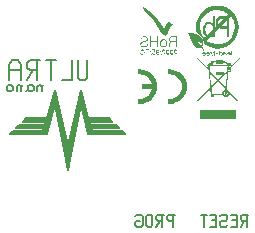
<source format=gbr>
G04 start of page 9 for group -4078 idx -4078 *
G04 Title: UltraNano, bottomsilk *
G04 Creator: pcb 1.99z *
G04 CreationDate: Thu 15 Jan 2015 11:46:57 GMT UTC *
G04 For: matt *
G04 Format: Gerber/RS-274X *
G04 PCB-Dimensions (mil): 1377.95 1062.99 *
G04 PCB-Coordinate-Origin: lower left *
%MOIN*%
%FSLAX25Y25*%
%LNBOTTOMSILK*%
%ADD57C,0.0059*%
%ADD56C,0.0066*%
%ADD55C,0.0055*%
%ADD54C,0.0001*%
G54D54*G36*
X76261Y84274D02*X77018Y83434D01*
X77379Y82564D01*
X77491Y81756D01*
X77495Y81094D01*
X77286Y80824D01*
X76998Y81169D01*
X76973Y82238D01*
X76735Y82535D01*
Y81624D01*
X76484Y81874D01*
Y82830D01*
X76231Y83196D01*
Y82179D01*
X75798Y82613D01*
X75809Y82686D01*
X75820Y82870D01*
X75798Y83109D01*
X75715Y83346D01*
X75709Y83267D01*
X75687Y83083D01*
X75647Y82882D01*
X75585Y82746D01*
X75424Y82856D01*
X75059Y83098D01*
X74672Y83353D01*
X74446Y83496D01*
X74570Y83390D01*
X74899Y83094D01*
X75372Y82646D01*
X75930Y82082D01*
X76509Y81436D01*
X77050Y80744D01*
X77491Y80044D01*
X77769Y79370D01*
X77578Y79178D01*
X77517Y79343D01*
X77364Y79728D01*
X77165Y80176D01*
X76967Y80530D01*
X76858Y80463D01*
X76594Y80311D01*
X76269Y80146D01*
X75978Y80043D01*
X75706Y80028D01*
X75387Y80094D01*
X75050Y80263D01*
X74720Y80556D01*
X74434Y80905D01*
X74139Y81344D01*
X73827Y81944D01*
X73489Y82781D01*
X73433Y82951D01*
X73359Y83189D01*
X73291Y83417D01*
X73251Y83554D01*
X73090Y84063D01*
X72928Y84402D01*
X72755Y84643D01*
X72559Y84846D01*
Y85027D01*
X72951Y85059D01*
X73911Y85050D01*
X75121Y84841D01*
X76261Y84274D01*
G37*
G36*
X76411Y84461D02*X75429Y84992D01*
X75217Y85969D01*
X75143Y86991D01*
X75288Y88429D01*
X75704Y89767D01*
X76361Y90979D01*
X77232Y92033D01*
X78287Y92904D01*
X79498Y93562D01*
X80837Y93978D01*
X82274Y94122D01*
X83711Y93978D01*
X85050Y93562D01*
X86261Y92904D01*
X87317Y92033D01*
X88187Y90979D01*
X88844Y89767D01*
X89261Y88429D01*
X89404Y86991D01*
X89261Y85555D01*
X88844Y84216D01*
X88187Y83005D01*
X87317Y81949D01*
X86261Y81079D01*
X85050Y80421D01*
X83711Y80005D01*
X82274Y79860D01*
X79821Y80294D01*
X77737Y81490D01*
X77699Y82154D01*
X78633Y82502D01*
X80308Y81554D01*
X82274Y81211D01*
X83440Y81328D01*
X84524Y81665D01*
X85506Y82198D01*
X86361Y82904D01*
X87068Y83759D01*
X87600Y84742D01*
X87937Y85826D01*
X88054Y86991D01*
X87712Y88957D01*
X86763Y90632D01*
X78633Y82502D01*
X77699Y82154D01*
X77525Y82914D01*
X77785Y83350D01*
X85915Y91481D01*
X84240Y92429D01*
X82274Y92772D01*
X81109Y92656D01*
X80025Y92319D01*
X79043Y91785D01*
X78187Y91079D01*
X77481Y90224D01*
X76948Y89243D01*
X76611Y88157D01*
X76493Y86991D01*
X76837Y85026D01*
X77785Y83350D01*
X77525Y82914D01*
X77126Y83706D01*
X76411Y84461D01*
G37*
G36*
X77677Y87659D02*X77993Y88183D01*
X78399Y88554D01*
X78876Y88776D01*
X79404Y88849D01*
X80120Y88678D01*
X80696Y88157D01*
X80381Y87638D01*
X79966Y88010D01*
X79499Y88133D01*
X79004Y88015D01*
X78593Y87659D01*
X78316Y87051D01*
X78222Y86174D01*
X78319Y85310D01*
X78606Y84691D01*
X79017Y84320D01*
X79482Y84195D01*
X80144Y84402D01*
X80606Y85008D01*
X80728Y85506D01*
X80768Y86202D01*
X80671Y87031D01*
X80381Y87638D01*
X80696Y88157D01*
Y90688D01*
X81498D01*
Y83595D01*
X80757D01*
Y84239D01*
X80190Y83670D01*
X79450Y83479D01*
X78683Y83657D01*
X78019Y84188D01*
X77559Y85047D01*
X77406Y86202D01*
X77474Y86995D01*
X77677Y87659D01*
G37*
G36*
X82863Y90552D02*X83333Y90654D01*
X84006Y90688D01*
X86196D01*
Y83595D01*
X85427D01*
Y86479D01*
X83937D01*
X82916Y86630D01*
X82249Y87082D01*
X81883Y87776D01*
X81760Y88646D01*
X82554Y88607D01*
X82636Y88041D01*
X82883Y87638D01*
X83308Y87396D01*
X83922Y87316D01*
X85427D01*
Y89851D01*
X83937D01*
X83431Y89824D01*
X83108Y89739D01*
X82716Y89329D01*
X82554Y88607D01*
X81760Y88646D01*
X81835Y89315D01*
X82061Y89870D01*
X82412Y90291D01*
X82863Y90552D01*
G37*
G36*
X81137Y78875D02*X81104Y78915D01*
X81054Y78939D01*
X80988Y78948D01*
X80783Y78908D01*
X80796Y79133D01*
X81078Y79170D01*
X81206Y79159D01*
X81320Y79117D01*
X81400Y79044D01*
X81441Y78935D01*
X81450Y78744D01*
Y78698D01*
X81609D01*
X81615Y78581D01*
X81622Y78467D01*
X81478D01*
X81513Y77706D01*
X81527Y77513D01*
X81359Y77515D01*
X81190Y77513D01*
X81155Y78467D01*
X80874D01*
X80859Y78698D01*
X81159D01*
Y78740D01*
X81154Y78817D01*
X81137Y78875D01*
G37*
G36*
X78713Y78632D02*X78893Y78730D01*
X79120Y78760D01*
X79363Y78724D01*
X79570Y78603D01*
X79711Y78381D01*
X79761Y78102D01*
X79718Y77854D01*
X79583Y77655D01*
X79370Y77543D01*
X79095Y77513D01*
X78921Y77522D01*
X78707Y77559D01*
X78664Y77806D01*
X78889Y77747D01*
X79064Y77729D01*
X79205Y77751D01*
X79328Y77819D01*
X79406Y77929D01*
X79433Y78074D01*
X79431Y78143D01*
X79421Y78280D01*
X79398Y78369D01*
X79362Y78439D01*
X79300Y78504D01*
X79214Y78548D01*
X79119Y78563D01*
X79040Y78554D01*
X78975Y78528D01*
X78926Y78483D01*
X78893Y78422D01*
X78877Y78362D01*
X78872Y78279D01*
X79421Y78280D01*
X79431Y78143D01*
X78572Y78144D01*
X78560Y78257D01*
X78599Y78470D01*
X78713Y78632D01*
G37*
G36*
X79981Y78732D02*X80079Y78720D01*
X80167Y78687D01*
X80237Y78633D01*
X80313Y78539D01*
X80307Y78704D01*
X80466Y78702D01*
X80626Y78704D01*
X80624Y78593D01*
X80626Y78393D01*
X80636Y78069D01*
X80670Y77513D01*
X80496Y77515D01*
X80333Y77513D01*
X80337Y77651D01*
X80330Y77941D01*
X80315Y78150D01*
X80281Y78278D01*
X80214Y78380D01*
X80120Y78443D01*
X79999Y78463D01*
X79874Y78444D01*
X79885Y78720D01*
X79981Y78732D01*
G37*
G36*
X77258Y78144D02*X77246Y78257D01*
X77285Y78470D01*
X77398Y78632D01*
X77578Y78730D01*
X77806Y78760D01*
X78048Y78724D01*
X78256Y78603D01*
X78397Y78381D01*
X78448Y78102D01*
X78404Y77854D01*
X78269Y77655D01*
X78056Y77543D01*
X77781Y77513D01*
X77607Y77522D01*
X77394Y77559D01*
X77350Y77806D01*
X77575Y77747D01*
X77750Y77729D01*
X77890Y77751D01*
X78013Y77819D01*
X78092Y77929D01*
X78119Y78074D01*
X78116Y78143D01*
X78107Y78280D01*
X78083Y78369D01*
X78048Y78438D01*
X77985Y78504D01*
X77900Y78548D01*
X77805Y78563D01*
X77726Y78554D01*
X77661Y78528D01*
X77611Y78483D01*
X77578Y78422D01*
X77563Y78362D01*
X77558Y78279D01*
X78107Y78280D01*
X78116Y78143D01*
X77258Y78144D01*
G37*
G36*
X83108Y79140D02*Y79060D01*
X83117Y78740D01*
X83357Y78760D01*
X83635Y78722D01*
X83864Y78595D01*
X84025Y78359D01*
X84084Y78060D01*
X84051Y77846D01*
X83949Y77669D01*
X83782Y77554D01*
X83570Y77513D01*
X83440Y77528D01*
X83322Y77574D01*
X83230Y77642D01*
X83142Y77744D01*
X83260Y77847D01*
X83356Y77777D01*
X83474Y77754D01*
X83627Y77797D01*
X83727Y77915D01*
X83759Y78081D01*
X83724Y78269D01*
X83624Y78428D01*
X83475Y78515D01*
X83297Y78541D01*
X83129Y78518D01*
X83144Y78169D01*
X83187Y77969D01*
X83260Y77847D01*
X83142Y77744D01*
X83152Y77540D01*
X82991Y77543D01*
X82839Y77540D01*
X82816Y78330D01*
X82768Y79140D01*
X82939Y79138D01*
X83108Y79140D01*
G37*
G36*
X87178Y79164D02*X87208Y78277D01*
X87251Y77565D01*
X87072Y77568D01*
X86908Y77565D01*
X86904Y77783D01*
X86863Y78737D01*
X86835Y79164D01*
X87004Y79162D01*
X87178Y79164D01*
G37*
G36*
X84746Y78882D02*X85128Y78798D01*
X85243Y78654D01*
X85268Y78533D01*
X85179Y78625D01*
X84824Y78717D01*
X84651Y78664D01*
X84580Y78519D01*
X84697Y78391D01*
X84993Y78283D01*
X85285Y78137D01*
X85383Y77913D01*
X85276Y77652D01*
X84957Y77565D01*
X84616Y77700D01*
X84675Y77794D01*
X84889Y77747D01*
X85085Y77936D01*
X84801Y78148D01*
X84603Y78209D01*
Y77935D01*
X84675Y77794D01*
X84616Y77700D01*
Y77573D01*
X84231D01*
Y78543D01*
X84350Y78779D01*
X84746Y78882D01*
G37*
G36*
X85660Y78685D02*X85841Y78783D01*
X86069Y78813D01*
X86311Y78777D01*
X86518Y78656D01*
X86659Y78434D01*
X86709Y78155D01*
X86666Y77906D01*
X86531Y77707D01*
X86319Y77595D01*
X86044Y77565D01*
X85869Y77575D01*
X85656Y77611D01*
X85613Y77859D01*
X85837Y77800D01*
X86013Y77782D01*
X86153Y77804D01*
X86276Y77871D01*
X86355Y77982D01*
X86381Y78126D01*
X86380Y78195D01*
X86370Y78333D01*
X86346Y78422D01*
X86310Y78492D01*
X86248Y78556D01*
X86163Y78601D01*
X86067Y78616D01*
X85988Y78607D01*
X85923Y78580D01*
X85875Y78536D01*
X85840Y78475D01*
X85825Y78415D01*
X85821Y78331D01*
X86370Y78333D01*
X86380Y78195D01*
X85520Y78197D01*
X85508Y78310D01*
X85547Y78523D01*
X85660Y78685D01*
G37*
G36*
X76533Y59352D02*X88606D01*
Y56413D01*
X76533D01*
Y59352D01*
G37*
G36*
X84659Y64925D02*X84691Y65082D01*
X84778Y65212D01*
X84906Y65298D01*
X85065Y65330D01*
X85222Y65298D01*
X85351Y65212D01*
X85438Y65082D01*
X85470Y64925D01*
X85438Y64767D01*
X85351Y64639D01*
X85222Y64552D01*
X85065Y64520D01*
X84906Y64552D01*
X84778Y64639D01*
X84691Y64767D01*
X84659Y64925D01*
G37*
G36*
X86248Y65125D02*X86265Y64925D01*
X86239Y64683D01*
X86170Y64458D01*
X86059Y64254D01*
X85913Y64077D01*
X85506Y64484D01*
X85582Y64576D01*
X85639Y64682D01*
X85676Y64800D01*
X85688Y64925D01*
X85676Y65051D01*
X85639Y65168D01*
X85582Y65274D01*
X85506Y65367D01*
X85413Y65443D01*
X85307Y65500D01*
X85190Y65537D01*
X85065Y65549D01*
X84939Y65537D01*
X84821Y65500D01*
X84715Y65443D01*
X84622Y65367D01*
X84547Y65274D01*
X84489Y65168D01*
X84453Y65051D01*
X84440Y64925D01*
X84453Y64800D01*
X84489Y64682D01*
X84547Y64576D01*
X84622Y64484D01*
X84715Y64407D01*
X84821Y64350D01*
X84939Y64314D01*
X85065Y64301D01*
X85190Y64314D01*
X85307Y64350D01*
X85413Y64407D01*
X85506Y64484D01*
X85913Y64077D01*
X85735Y63930D01*
X85531Y63819D01*
X85306Y63750D01*
X85065Y63725D01*
X84732Y63772D01*
X84436Y63902D01*
X84189Y64104D01*
X84003Y64364D01*
X81068D01*
Y63738D01*
X80296D01*
Y64366D01*
X80230Y64388D01*
X80172Y64431D01*
X80130Y64489D01*
X80111Y64555D01*
X79946Y66471D01*
X75856Y62305D01*
X75611Y62545D01*
X79908Y66917D01*
X79445Y72301D01*
X79859Y72347D01*
X82506Y69560D01*
X82738Y69315D01*
X82503Y69075D01*
X80331Y66863D01*
X80510Y64781D01*
X83872D01*
X83864Y64925D01*
X83946Y65361D01*
X84170Y65726D01*
X84506Y65988D01*
X84924Y66117D01*
X84958Y66486D01*
X82503Y69075D01*
X82738Y69315D01*
X85000Y66933D01*
X85469Y71969D01*
X85422D01*
Y72049D01*
X82738Y69315D01*
X82506Y69560D01*
X82270Y69321D01*
X79905Y71816D01*
X80293Y67308D01*
X82270Y69321D01*
X82506Y69560D01*
X84070Y71152D01*
X81864D01*
Y71986D01*
X84416D01*
Y71504D01*
X85422Y72529D01*
Y73422D01*
X85604D01*
X85663Y74052D01*
X79713D01*
X79859Y72347D01*
X79445Y72301D01*
X75357Y76613D01*
Y77088D01*
X79399Y72831D01*
X79293Y74069D01*
X78791D01*
Y74486D01*
X79232D01*
X79263Y74567D01*
X79402Y74804D01*
X79591Y75007D01*
X79845Y74694D01*
X79678Y74486D01*
X80093D01*
Y74865D01*
X79845Y74694D01*
X79591Y75007D01*
X79824Y75179D01*
X80093Y75322D01*
Y75597D01*
X80805D01*
Y75555D01*
X81371Y75656D01*
X81933Y75710D01*
Y75875D01*
X83982D01*
Y74850D01*
X81933D01*
Y75283D01*
X82350Y75267D01*
X83565D01*
Y75458D01*
X82350D01*
Y75267D01*
X81933Y75283D01*
X81370Y75224D01*
X80805Y75120D01*
Y74486D01*
X85646D01*
X85410Y74780D01*
X85019Y74995D01*
X84526Y75144D01*
X83982Y75239D01*
Y75663D01*
X84533Y75571D01*
X85056Y75424D01*
X85511Y75211D01*
X85861Y74919D01*
X85947Y75007D01*
X86051Y75074D01*
X86169Y75117D01*
X86298Y75132D01*
X86410Y75120D01*
X86515Y75088D01*
X86609Y75037D01*
X86691Y74969D01*
X86759Y74887D01*
X86810Y74793D01*
X86843Y74688D01*
X86854Y74576D01*
X86843Y74464D01*
X86810Y74360D01*
X86759Y74266D01*
X86691Y74183D01*
X86609Y74116D01*
X86515Y74065D01*
X86410Y74032D01*
X86298Y74020D01*
X86083Y74064D01*
X86022Y73422D01*
X86300D01*
X89958Y77144D01*
Y76669D01*
X86770Y73422D01*
X86836D01*
Y71969D01*
X85887D01*
X85922Y72343D01*
X86472D01*
Y73047D01*
X86403D01*
X85944Y72581D01*
X85922Y72343D01*
X85887Y71969D01*
X85381Y66532D01*
X89129Y62584D01*
X88880Y62348D01*
X86248Y65125D01*
G37*
G36*
X82592Y78303D02*X82608Y78067D01*
X82206Y78072D01*
X81799Y78067D01*
X81782Y78303D01*
X82187Y78298D01*
X82592Y78303D01*
G37*
G36*
X67521Y87798D02*X67168Y87652D01*
X66783Y87225D01*
X66391Y86611D01*
X66015Y85901D01*
X65681Y85189D01*
X65413Y84567D01*
X65234Y84126D01*
X65169Y83958D01*
X63598Y85186D01*
X62956Y86519D01*
X61968Y88105D01*
X60716Y89791D01*
X59283Y91418D01*
X58952Y91779D01*
X58604Y92136D01*
X58260Y92477D01*
X57937Y92787D01*
X57653Y93053D01*
X57428Y93260D01*
X57279Y93395D01*
X57224Y93443D01*
X57336Y93596D01*
X57468Y93791D01*
X57637Y93713D01*
X57806Y93613D01*
X57937Y93528D01*
X57989Y93491D01*
X59546Y92389D01*
X61037Y91011D01*
X62445Y89429D01*
X63564Y87996D01*
X64303Y86960D01*
X64569Y86560D01*
X64640Y86713D01*
X64834Y87107D01*
X65120Y87659D01*
X65468Y88276D01*
X66022Y88709D01*
X66235Y88722D01*
X66475Y88643D01*
X66723Y88501D01*
X66965Y88322D01*
X67183Y88134D01*
X67359Y87967D01*
X67478Y87845D01*
X67521Y87798D01*
G37*
G36*
X68698Y80346D02*X68363D01*
Y83696D01*
X67414D01*
X66950Y83667D01*
X66707Y83567D01*
X66505Y83336D01*
X66435Y83015D01*
X66492Y82680D01*
X66659Y82452D01*
X66955Y82322D01*
X67394Y82279D01*
X68363D01*
Y81979D01*
X67298D01*
X66943Y81944D01*
X66730Y81841D01*
X66615Y81613D01*
X66552Y81203D01*
X66510Y80720D01*
X66479Y80494D01*
X66430Y80346D01*
X66058D01*
Y80395D01*
X66135Y80519D01*
X66175Y80732D01*
X66221Y81280D01*
X66358Y81900D01*
X66678Y82128D01*
X66239Y82457D01*
X66089Y83024D01*
X66204Y83511D01*
X66536Y83847D01*
X66867Y83961D01*
X67481Y83996D01*
X68698D01*
Y80346D01*
G37*
G36*
X62580D02*X62246D01*
Y82113D01*
X60160D01*
Y80346D01*
X59819D01*
Y83996D01*
X60160D01*
Y82413D01*
X62246D01*
Y83996D01*
X62580D01*
Y80346D01*
G37*
G36*
X59181Y81450D02*Y81426D01*
X59093Y80922D01*
X58828Y80550D01*
X58402Y80320D01*
X57825Y80243D01*
X57305Y80314D01*
X56907Y80526D01*
X56656Y80861D01*
X56571Y81300D01*
X56635Y81680D01*
X56826Y81969D01*
X57176Y82191D01*
X57713Y82370D01*
X58140Y82477D01*
X58616Y82706D01*
X58759Y83101D01*
X58539Y83611D01*
X57917Y83793D01*
X57538Y83740D01*
X57255Y83580D01*
X57077Y83325D01*
X57012Y82980D01*
X56672D01*
X56759Y83448D01*
X57003Y83798D01*
X57389Y84017D01*
X57902Y84090D01*
X58391Y84024D01*
X58769Y83822D01*
X59013Y83511D01*
X59094Y83111D01*
X59041Y82756D01*
X58880Y82489D01*
X58579Y82286D01*
X58105Y82122D01*
X57758Y82035D01*
X57077Y81741D01*
X56906Y81265D01*
X56968Y80964D01*
X57150Y80736D01*
X57819Y80544D01*
X58252Y80604D01*
X58573Y80781D01*
X58776Y81068D01*
X58846Y81450D01*
X59181D01*
G37*
G36*
X56785Y78467D02*X56961Y78144D01*
X57280Y78036D01*
X57568Y78115D01*
X57764Y78357D01*
X57827Y78734D01*
X57774Y79060D01*
X57590Y79312D01*
X57263Y79405D01*
X56981Y79321D01*
X56809Y79051D01*
X56587Y79104D01*
X56830Y79467D01*
X57258Y79597D01*
X57669Y79495D01*
X57957Y79195D01*
X58059Y78733D01*
X57969Y78279D01*
X57707Y77955D01*
X57261Y77844D01*
X56813Y77989D01*
X56560Y78411D01*
X56785Y78467D01*
G37*
G36*
X59569Y77872D02*X58304D01*
Y78072D01*
X59345D01*
Y78650D01*
X58407D01*
Y78848D01*
X59345D01*
Y79368D01*
X58343D01*
Y79568D01*
X59569D01*
Y77872D01*
G37*
G36*
X60437Y68056D02*X60230Y68716D01*
X59919Y69322D01*
X59515Y69865D01*
X59027Y70332D01*
X58468Y70715D01*
X57848Y71002D01*
X57177Y71182D01*
X56466Y71244D01*
X55894Y71203D01*
Y72911D01*
X56466Y72939D01*
X57626Y72822D01*
X58706Y72485D01*
X59685Y71953D01*
X60538Y71248D01*
X61243Y70395D01*
X61774Y69416D01*
X62111Y68336D01*
X62228Y67177D01*
X62111Y66018D01*
X61774Y64938D01*
X61243Y63959D01*
X60538Y63106D01*
X59685Y62401D01*
X58706Y61869D01*
X57626Y61532D01*
X56466Y61414D01*
X55894Y61443D01*
Y63150D01*
X56466Y63109D01*
X57177Y63172D01*
X57848Y63352D01*
X58468Y63638D01*
X59027Y64020D01*
X59515Y64489D01*
X59919Y65030D01*
X60230Y65636D01*
X60437Y66295D01*
X57107D01*
Y68056D01*
X60437D01*
G37*
G36*
X65612Y81659D02*X65533Y81075D01*
X65296Y80639D01*
X64916Y80369D01*
X64406Y80279D01*
Y80544D01*
X64781Y80617D01*
X65063Y80836D01*
X65239Y81189D01*
X65297Y81659D01*
X65239Y82132D01*
X65063Y82484D01*
X64781Y82704D01*
X64406Y82777D01*
X64026Y82704D01*
X63744Y82485D01*
X63569Y82133D01*
X63510Y81659D01*
X63569Y81185D01*
X63744Y80833D01*
X64026Y80617D01*
X64406Y80544D01*
Y80279D01*
X63891Y80369D01*
X63508Y80640D01*
X63270Y81076D01*
X63191Y81659D01*
X63271Y82246D01*
X63509Y82684D01*
X63893Y82956D01*
X64406Y83047D01*
X64916Y82956D01*
X65296Y82684D01*
X65533Y82246D01*
X65612Y81659D01*
G37*
G36*
X67561Y78709D02*X67520Y78298D01*
X67393Y78019D01*
X67008Y77844D01*
Y78015D01*
X67249Y78152D01*
X67346Y78709D01*
X67239Y79281D01*
X67010Y79404D01*
X66767Y79265D01*
X66669Y78709D01*
X66767Y78154D01*
X67008Y78015D01*
Y77844D01*
X66700Y77944D01*
X66516Y78227D01*
X66456Y78709D01*
X66493Y79109D01*
X66599Y79362D01*
X66768Y79520D01*
X67008Y79576D01*
X67315Y79476D01*
X67498Y79193D01*
X67561Y78709D01*
G37*
G36*
X66243D02*X66203Y78298D01*
X66076Y78019D01*
X65690Y77844D01*
Y78015D01*
X65931Y78152D01*
X66029Y78709D01*
X65922Y79281D01*
X65693Y79404D01*
X65449Y79265D01*
X65352Y78709D01*
X65449Y78154D01*
X65690Y78015D01*
Y77844D01*
X65383Y77944D01*
X65199Y78227D01*
X65138Y78709D01*
X65176Y79109D01*
X65281Y79362D01*
X65450Y79520D01*
X65690Y79576D01*
X65998Y79476D01*
X66181Y79193D01*
X66243Y78709D01*
G37*
G36*
X63832Y78072D02*X64663D01*
X64576Y78186D01*
X64335Y78399D01*
X64014Y78698D01*
X63876Y78904D01*
X63835Y79104D01*
X63976Y79440D01*
X64363Y79575D01*
X64748Y79450D01*
X64913Y79085D01*
X64699Y79063D01*
X64607Y79313D01*
X64367Y79404D01*
X64137Y79318D01*
X64048Y79109D01*
X64145Y78859D01*
X64519Y78500D01*
X64791Y78243D01*
X64928Y78017D01*
X64953Y77872D01*
X63832D01*
Y78072D01*
G37*
G36*
X67784D02*X68616D01*
X68528Y78186D01*
X68287Y78399D01*
X67967Y78698D01*
X67828Y78904D01*
X67786Y79104D01*
X67928Y79440D01*
X68315Y79575D01*
X68699Y79450D01*
X68865Y79085D01*
X68651Y79063D01*
X68560Y79313D01*
X68319Y79404D01*
X68089Y79318D01*
X68000Y79109D01*
X68097Y78859D01*
X68471Y78500D01*
X68743Y78243D01*
X68880Y78017D01*
X68905Y77872D01*
X67784D01*
Y78072D01*
G37*
G36*
X62919Y78265D02*X62768Y77954D01*
X62443Y77844D01*
X62117Y77944D01*
X61906Y78237D01*
X61836Y78756D01*
X61907Y79232D01*
X62114Y79487D01*
X62417Y79576D01*
X62799Y79418D01*
X62951Y79002D01*
X62805Y78600D01*
X62448Y78447D01*
X62215Y78510D01*
X62044Y78671D01*
X62160Y78732D01*
X62398Y78631D01*
X62639Y78732D01*
X62737Y78996D01*
X62633Y79289D01*
X62392Y79402D01*
X62163Y79297D01*
X62067Y79013D01*
X62160Y78732D01*
X62044Y78671D01*
X62043Y78629D01*
X62074Y78375D01*
X62152Y78176D01*
X62270Y78059D01*
X62438Y78015D01*
X62622Y78079D01*
X62720Y78283D01*
X62919Y78265D01*
G37*
G36*
X60414Y77844D02*X60246D01*
X59756Y79597D01*
X59922D01*
X60414Y77844D01*
G37*
G36*
X63707D02*X63539D01*
X63049Y79597D01*
X63215D01*
X63707Y77844D01*
G37*
G36*
X61633Y78317D02*X61466Y77974D01*
X61089Y77844D01*
X60644Y78050D01*
X60509Y78447D01*
X60662Y78844D01*
X61036Y78996D01*
X61357Y78891D01*
X61265Y79346D01*
X60589D01*
Y79545D01*
X61433D01*
X61596Y78674D01*
X61401Y78648D01*
X61274Y78768D01*
X61092Y78813D01*
X60830Y78710D01*
X60730Y78429D01*
X60834Y78129D01*
X61089Y78015D01*
X61303Y78095D01*
X61415Y78335D01*
X61633Y78317D01*
G37*
G36*
X65800Y63150D02*X66369Y63109D01*
X67188Y63193D01*
X67950Y63430D01*
X68642Y63806D01*
X69244Y64303D01*
X69743Y64905D01*
X70119Y65596D01*
X70356Y66359D01*
X70439Y67177D01*
X70356Y67994D01*
X70119Y68757D01*
X69743Y69448D01*
X69244Y70050D01*
X68642Y70548D01*
X67950Y70924D01*
X67188Y71161D01*
X66369Y71244D01*
X65800Y71203D01*
Y72911D01*
X66369Y72939D01*
X67529Y72822D01*
X68610Y72485D01*
X69589Y71953D01*
X70443Y71248D01*
X71148Y70395D01*
X71680Y69416D01*
X72017Y68336D01*
X72134Y67177D01*
X72017Y66018D01*
X71680Y64938D01*
X71148Y63959D01*
X70443Y63106D01*
X69589Y62401D01*
X68610Y61869D01*
X67529Y61532D01*
X66369Y61414D01*
X65800Y61443D01*
Y63150D01*
G37*
G54D55*X90508Y24491D02*X92508D01*
X90508D02*X90008Y23991D01*
Y22991D02*Y23991D01*
X90508Y22491D02*X90008Y22991D01*
X90508Y22491D02*X92008D01*
Y20491D02*Y24491D01*
X91208Y22491D02*X90008Y20491D01*
X87308Y22691D02*X88808D01*
X86808Y20491D02*X88808D01*
Y24491D01*
X86808D02*X88808D01*
X83608D02*X83108Y23991D01*
X83608Y24491D02*X85108D01*
X85608Y23991D02*X85108Y24491D01*
X85608Y22991D02*Y23991D01*
Y22991D02*X85108Y22491D01*
X83608D02*X85108D01*
X83608D02*X83108Y21991D01*
Y20991D02*Y21991D01*
X83608Y20491D02*X83108Y20991D01*
X83608Y20491D02*X85108D01*
X85608Y20991D02*X85108Y20491D01*
X80408Y22691D02*X81908D01*
X79908Y20491D02*X81908D01*
Y24491D01*
X79908D02*X81908D01*
X76708D02*X78708D01*
X77708Y20491D02*Y24491D01*
X67526Y20496D02*Y24496D01*
X66026D02*X68026D01*
X66026D02*X65526Y23996D01*
Y22996D02*Y23996D01*
X66026Y22496D02*X65526Y22996D01*
X66026Y22496D02*X67526D01*
X62326Y24496D02*X64326D01*
X62326D02*X61826Y23996D01*
Y22996D02*Y23996D01*
X62326Y22496D02*X61826Y22996D01*
X62326Y22496D02*X63826D01*
Y20496D02*Y24496D01*
X63026Y22496D02*X61826Y20496D01*
X60626Y20996D02*Y23996D01*
X60126Y24496D01*
X59126D02*X60126D01*
X59126D02*X58626Y23996D01*
Y20996D02*Y23996D01*
X59126Y20496D02*X58626Y20996D01*
X59126Y20496D02*X60126D01*
X60626Y20996D02*X60126Y20496D01*
X55426Y24496D02*X54926Y23996D01*
X55426Y24496D02*X56926D01*
X57426Y23996D02*X56926Y24496D01*
X57426Y20996D02*Y23996D01*
Y20996D02*X56926Y20496D01*
X55426D02*X56926D01*
X55426D02*X54926Y20996D01*
Y21996D01*
X55426Y22496D02*X54926Y21996D01*
X55426Y22496D02*X56426D01*
G54D56*X38976Y70089D02*Y75899D01*
Y70089D02*X38146Y69259D01*
X36486D02*X38146D01*
X36486D02*X35656Y70089D01*
Y75899D01*
X33664Y69259D02*Y75899D01*
X30344Y69259D02*X33664D01*
X25032Y75899D02*X28352D01*
X26692Y69259D02*Y75899D01*
X19720D02*X23040D01*
X19720D02*X18890Y75069D01*
Y73409D02*Y75069D01*
X19720Y72579D02*X18890Y73409D01*
X19720Y72579D02*X22210D01*
Y69259D02*Y75899D01*
X20882Y72579D02*X18890Y69259D01*
X16898D02*Y74239D01*
X15736Y75899D01*
X13910D02*X15736D01*
X13910D02*X12748Y74239D01*
Y69259D02*Y74239D01*
Y72579D02*X16898D01*
G54D55*X23713Y65669D02*Y67169D01*
X23213Y67669D01*
X22713D02*X23213D01*
X22713D02*X22213Y67169D01*
Y65669D02*Y67169D01*
X24213Y67669D02*X23713Y67169D01*
X19513Y67669D02*X19013Y67169D01*
X19513Y67669D02*X20513D01*
X21013Y67169D02*X20513Y67669D01*
X21013Y66169D02*Y67169D01*
Y66169D02*X20513Y65669D01*
X19013Y66169D02*Y67669D01*
Y66169D02*X18513Y65669D01*
X19513D02*X20513D01*
X19513D02*X19013Y66169D01*
X16813Y65669D02*Y67169D01*
X16313Y67669D01*
X15813D02*X16313D01*
X15813D02*X15313Y67169D01*
Y65669D02*Y67169D01*
X17313Y67669D02*X16813Y67169D01*
X14113Y66169D02*Y67169D01*
X13613Y67669D01*
X12613D02*X13613D01*
X12613D02*X12113Y67169D01*
Y66169D02*Y67169D01*
X12613Y65669D02*X12113Y66169D01*
X12613Y65669D02*X13613D01*
X14113Y66169D02*X13613Y65669D01*
G54D57*X39167Y56539D02*X46206D01*
X39167D02*X36702Y66043D01*
X32479Y47386D01*
X28255Y66043D01*
X25438Y56539D01*
X18399D02*X25438D01*
X18399D02*X17342Y55482D01*
X25087D01*
X24734Y54425D01*
X16287D02*X24734D01*
X16287D02*X15230Y53370D01*
X24383D01*
X24030Y52314D01*
X14173D02*X24030D01*
X14173D02*X13119Y51258D01*
X25438D01*
X28255Y61466D01*
X32479Y39290D01*
X36702Y61466D01*
X39167Y51258D01*
X51487D01*
X50431Y52314D01*
X40575D02*X50431D01*
X40575D02*X40222Y53370D01*
X49375D01*
X48319Y54425D01*
X39871D02*X48319D01*
X39871D02*X39518Y55482D01*
X47263D01*
X46206Y56539D01*
X39013Y52018D02*X50595D01*
X39090Y51630D02*X50830D01*
X38513Y54133D02*X48448D01*
X38616Y53764D02*X48842D01*
X38127Y56215D02*X46356D01*
X38133Y55883D02*X46681D01*
X36698Y64818D02*X40216Y51549D01*
X39625Y51625D02*X36531Y64090D01*
X36491Y63502D02*X31863Y42769D01*
X36676Y62540D02*X32270Y42436D01*
X36935Y62429D02*X36750Y60911D01*
X34268Y50414D02*X32281Y41012D01*
X32675Y47563D02*X31735Y43893D01*
X31720Y44576D02*X27914Y64169D01*
X28172Y64745D02*X32129Y44970D01*
X32251Y46213D02*X29779Y57799D01*
X28124Y61797D02*X25053Y51637D01*
X28010Y62537D02*X24598Y51485D01*
X27878Y63466D02*X24106Y51372D01*
X18438Y56281D02*X25584Y56224D01*
X17983Y55826D02*X25527D01*
X16277Y54082D02*X24845D01*
X15784Y53627D02*X24940Y53741D01*
X14286Y52035D02*X24238Y51997D01*
X24125Y51504D02*X13793Y51751D01*
M02*

</source>
